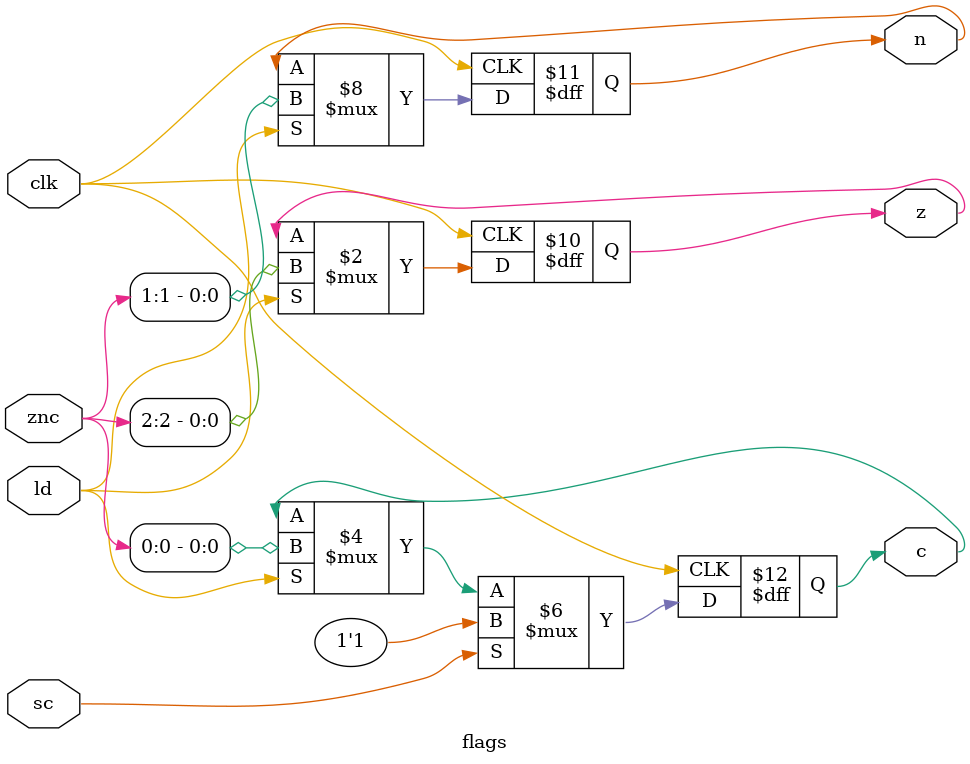
<source format=v>
module flags (
    input wire clk, ld,
    input wire sc,
    input wire [2:0] znc,
    output reg z,n,c
);
  always@(posedge clk) begin
    if(ld)
        {z,n,c} <= znc;
    if(sc)
        c <= 1'b1; 
  end  
endmodule
</source>
